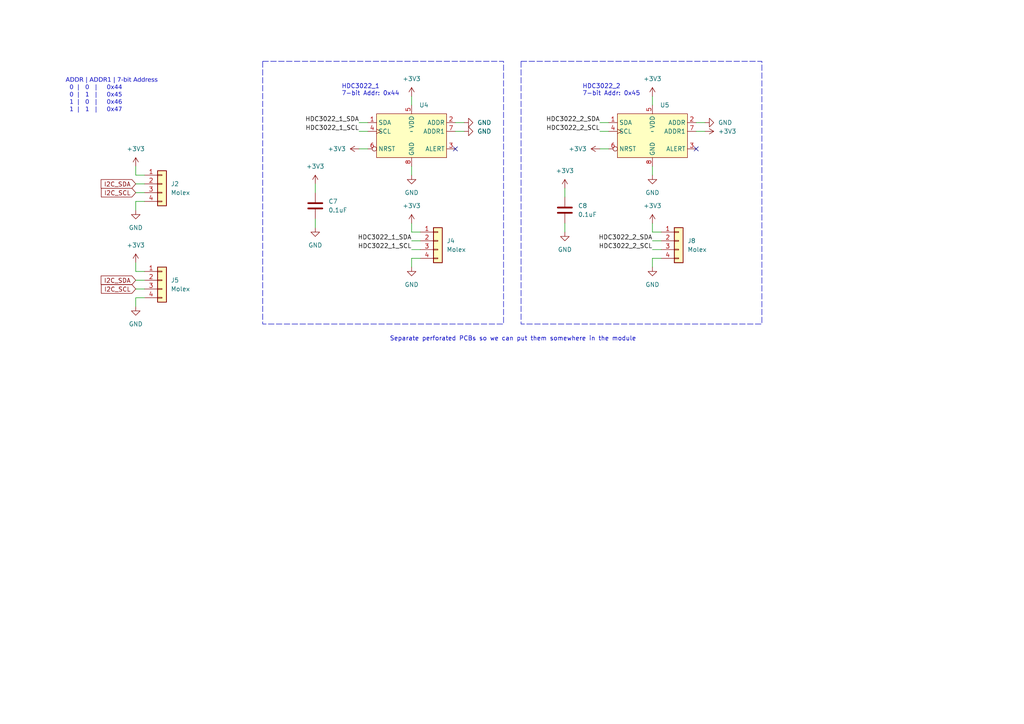
<source format=kicad_sch>
(kicad_sch (version 20230121) (generator eeschema)
  (paper "A4")
  (lib_symbols
    (symbol "Connector_Generic:Conn_01x04" (pin_names (offset 1.016) hide)
      (property "Reference" "J" (at 0 5.08 0))
      (property "Value" "Conn_01x04" (at 0 -7.62 0))
      (symbol "Conn_01x04_1_1"
        (rectangle (start -1.27 -4.953) (end 0 -5.207) (stroke (width 0.1524)))
        (rectangle (start -1.27 -2.413) (end 0 -2.667) (stroke (width 0.1524)))
        (rectangle (start -1.27 0.127) (end 0 -0.127) (stroke (width 0.1524)))
        (rectangle (start -1.27 2.667) (end 0 2.413) (stroke (width 0.1524)))
        (rectangle (start -1.27 3.81) (end 1.27 -6.35) (stroke (width 0.254)) (fill (type background)))
        (pin passive line (at -5.08 2.54 0) (length 3.81) (name "Pin_1") (number "1"))
        (pin passive line (at -5.08 0 0) (length 3.81) (name "Pin_2") (number "2"))
        (pin passive line (at -5.08 -2.54 0) (length 3.81) (name "Pin_3") (number "3"))
        (pin passive line (at -5.08 -5.08 0) (length 3.81) (name "Pin_4") (number "4"))
      )
    )
    (symbol "Device:C" (pin_numbers hide) (pin_names (offset 0.254))
      (property "Reference" "C" (at 0.635 2.54 0))
      (property "Value" "C" (at 0.635 -2.54 0))
      (symbol "C_0_1"
        (polyline (pts (xy -2.032 -0.762) (xy 2.032 -0.762)) (stroke (width 0.508)))
        (polyline (pts (xy -2.032 0.762) (xy 2.032 0.762)) (stroke (width 0.508)))
      )
      (symbol "C_1_1"
        (pin passive line (at 0 3.81 270) (length 2.794) (name "~") (number "1"))
        (pin passive line (at 0 -3.81 90) (length 2.794) (name "~") (number "2"))
      )
    )
    (symbol "custom:HDC3022QDEJRQ1"
      (property "Reference" "U4" (at 2.1941 8.89 0))
      (property "Value" "~" (at 0 1.27 0))
      (symbol "HDC3022QDEJRQ1_1_1"
        (rectangle (start -10.16 6.35) (end 10.16 -6.35) (fill (type background)))
        (pin bidirectional line (at -12.7 3.81 0) (length 2.54) (name "SDA") (number "1"))
        (pin input line (at 12.7 3.81 180) (length 2.54) (name "ADDR") (number "2"))
        (pin output line (at 12.7 -3.81 180) (length 2.54) (name "ALERT") (number "3"))
        (pin input clock (at -12.7 1.27 0) (length 2.54) (name "SCL") (number "4"))
        (pin power_in line (at 0 8.89 270) (length 2.54) (name "VDD") (number "5"))
        (pin input inverted (at -12.7 -3.81 0) (length 2.54) (name "NRST") (number "6"))
        (pin input line (at 12.7 1.27 180) (length 2.54) (name "ADDR1") (number "7"))
        (pin power_out line (at 0 -8.89 90) (length 2.54) (name "GND") (number "8"))
      )
    )
    (symbol "power:+3V3" (power) (pin_names (offset 0))
      (property "Value" "+3V3" (at 0 3.556 0))
      (symbol "+3V3_0_1"
        (polyline (pts (xy -0.762 1.27) (xy 0 2.54)))
        (polyline (pts (xy 0 0) (xy 0 2.54)))
        (polyline (pts (xy 0 2.54) (xy 0.762 1.27)))
      )
      (symbol "+3V3_1_1"
        (pin power_in line (at 0 0 90) (length 0) hide (name "+3V3") (number "1"))
      )
    )
    (symbol "power:GND" (power) (pin_names (offset 0))
      (property "Value" "GND" (at 0 -3.81 0))
      (symbol "GND_0_1"
        (polyline (pts (xy 0 0) (xy 0 -1.27) (xy 1.27 -1.27) (xy 0 -2.54) (xy -1.27 -1.27) (xy 0 -1.27)))
      )
      (symbol "GND_1_1"
        (pin power_in line (at 0 0 270) (length 0) hide (name "GND") (number "1"))
      )
    )
  )
  (no_connect (at 201.93 43.18))
  (no_connect (at 132.08 43.18))
  (wire (pts (xy 39.37 58.42) (xy 41.91 58.42)))
  (wire (pts (xy 104.14 35.56) (xy 106.68 35.56)))
  (wire (pts (xy 163.83 54.61) (xy 163.83 57.15)))
  (wire (pts (xy 173.99 43.18) (xy 176.53 43.18)))
  (wire (pts (xy 119.38 67.31) (xy 121.92 67.31)))
  (wire (pts (xy 39.37 60.96) (xy 39.37 58.42)))
  (wire (pts (xy 39.37 48.26) (xy 39.37 50.8)))
  (wire (pts (xy 39.37 53.34) (xy 41.91 53.34)))
  (wire (pts (xy 91.44 63.5) (xy 91.44 66.04)))
  (wire (pts (xy 132.08 35.56) (xy 134.62 35.56)))
  (wire (pts (xy 189.23 64.77) (xy 189.23 67.31)))
  (wire (pts (xy 91.44 53.34) (xy 91.44 55.88)))
  (wire (pts (xy 201.93 38.1) (xy 204.47 38.1)))
  (wire (pts (xy 39.37 83.82) (xy 41.91 83.82)))
  (wire (pts (xy 119.38 72.39) (xy 121.92 72.39)))
  (wire (pts (xy 189.23 69.85) (xy 191.77 69.85)))
  (wire (pts (xy 189.23 48.26) (xy 189.23 50.8)))
  (wire (pts (xy 189.23 77.47) (xy 189.23 74.93)))
  (wire (pts (xy 119.38 69.85) (xy 121.92 69.85)))
  (wire (pts (xy 39.37 88.9) (xy 39.37 86.36)))
  (wire (pts (xy 173.99 35.56) (xy 176.53 35.56)))
  (wire (pts (xy 189.23 74.93) (xy 191.77 74.93)))
  (wire (pts (xy 39.37 55.88) (xy 41.91 55.88)))
  (wire (pts (xy 132.08 38.1) (xy 134.62 38.1)))
  (wire (pts (xy 39.37 81.28) (xy 41.91 81.28)))
  (wire (pts (xy 39.37 50.8) (xy 41.91 50.8)))
  (wire (pts (xy 119.38 27.94) (xy 119.38 30.48)))
  (wire (pts (xy 119.38 48.26) (xy 119.38 50.8)))
  (wire (pts (xy 119.38 64.77) (xy 119.38 67.31)))
  (wire (pts (xy 104.14 43.18) (xy 106.68 43.18)))
  (wire (pts (xy 119.38 74.93) (xy 121.92 74.93)))
  (wire (pts (xy 163.83 64.77) (xy 163.83 67.31)))
  (wire (pts (xy 39.37 78.74) (xy 41.91 78.74)))
  (wire (pts (xy 104.14 38.1) (xy 106.68 38.1)))
  (wire (pts (xy 201.93 35.56) (xy 204.47 35.56)))
  (wire (pts (xy 189.23 67.31) (xy 191.77 67.31)))
  (wire (pts (xy 39.37 86.36) (xy 41.91 86.36)))
  (wire (pts (xy 173.99 38.1) (xy 176.53 38.1)))
  (wire (pts (xy 39.37 76.2) (xy 39.37 78.74)))
  (wire (pts (xy 119.38 77.47) (xy 119.38 74.93)))
  (wire (pts (xy 189.23 27.94) (xy 189.23 30.48)))
  (wire (pts (xy 189.23 72.39) (xy 191.77 72.39)))
  (rectangle (start 76.2 17.78) (end 146.05 93.98) (stroke (width 0) (type dash)))
  (rectangle (start 151.13 17.78) (end 220.98 93.98) (stroke (width 0) (type dash)))
  (text "Separate perforated PCBs so we can put them somewhere in the module" (at 113.03 99.06 0) (effects (font (size 1.27 1.27)) (justify left bottom)))
  (text "ADDR | ADDR1 | 7-bit Address\n  0  |   0   |     0x44\n  0  |   1   |     0x45\n  1  |   0   |     0x46\n  1  |   1   |     0x47" (at 19.05 33.02 0) (effects (font (size 1.27 1.27)) (justify left bottom)))
  (text "HDC3022_1\n7-bit Addr: 0x44" (at 99.06 27.94 0) (effects (font (size 1.27 1.27)) (justify left bottom)))
  (text "HDC3022_2\n7-bit Addr: 0x45" (at 168.91 27.94 0) (effects (font (size 1.27 1.27)) (justify left bottom)))
  (label "HDC3022_1_SDA" (at 104.14 35.56 180))
  (label "HDC3022_1_SCL" (at 119.38 72.39 180))
  (label "HDC3022_2_SDA" (at 173.99 35.56 180))
  (label "HDC3022_2_SCL" (at 173.99 38.1 180))
  (label "HDC3022_2_SCL" (at 189.23 72.39 180))
  (label "HDC3022_2_SDA" (at 189.23 69.85 180))
  (label "HDC3022_1_SDA" (at 119.38 69.85 180))
  (label "HDC3022_1_SCL" (at 104.14 38.1 180))
  (global_label "I2C_SCL" (shape input) (at 39.37 55.88 180) (property "Intersheetrefs" "${INTERSHEET_REFS}" (effects hide)))
  (global_label "I2C_SCL" (shape input) (at 39.37 83.82 180) (property "Intersheetrefs" "${INTERSHEET_REFS}" (effects hide)))
  (global_label "I2C_SDA" (shape input) (at 39.37 81.28 180) (property "Intersheetrefs" "${INTERSHEET_REFS}" (effects hide)))
  (global_label "I2C_SDA" (shape input) (at 39.37 53.34 180) (property "Intersheetrefs" "${INTERSHEET_REFS}" (effects hide)))
  (symbol (lib_id "power:+3V3") (at 119.38 64.77 0) (unit 1)
    (property "Reference" "#PWR045" (effects hide))
    (property "Value" "+3V3" (at 119.38 59.69 0))
  )
  (symbol (lib_id "custom:HDC3022QDEJRQ1") (at 189.23 39.37 0) (unit 1)
    (property "Reference" "U5" (at 191.4241 30.48 0) (effects (justify left)))
    (property "Value" "~" (at 189.23 38.1 0))
    (property "Footprint" "Package_SON:WSON-8-1EP_3x3mm_P0.5mm_EP1.2x2mm" (effects hide))
  )
  (symbol (lib_id "power:GND") (at 119.38 50.8 0) (unit 1)
    (property "Reference" "#PWR037" (effects hide))
    (property "Value" "GND" (at 119.38 55.88 0))
  )
  (symbol (lib_id "Connector_Generic:Conn_01x04") (at 196.85 69.85 0) (unit 1)
    (property "Reference" "J8" (at 199.39 69.85 0) (effects (justify left)))
    (property "Value" "Molex" (at 199.39 72.39 0) (effects (justify left)))
  )
  (symbol (lib_id "power:+3V3") (at 39.37 76.2 0) (unit 1)
    (property "Reference" "#PWR047" (effects hide))
    (property "Value" "+3V3" (at 39.37 71.12 0))
  )
  (symbol (lib_id "Device:C") (at 163.83 60.96 0) (unit 1)
    (property "Reference" "C8" (at 167.64 59.69 0) (effects (justify left)))
    (property "Value" "0.1uF" (at 167.64 62.23 0) (effects (justify left)))
    (property "Footprint" "Capacitor_SMD:C_0603_1608Metric_Pad1.08x0.95mm_HandSolder" (effects hide))
  )
  (symbol (lib_id "power:GND") (at 134.62 38.1 90) (unit 1)
    (property "Reference" "#PWR042" (effects hide))
    (property "Value" "GND" (at 138.43 38.1 90) (effects (justify right)))
  )
  (symbol (lib_id "power:+3V3") (at 189.23 27.94 0) (unit 1)
    (property "Reference" "#PWR054" (effects hide))
    (property "Value" "+3V3" (at 189.23 22.86 0))
  )
  (symbol (lib_id "power:+3V3") (at 91.44 53.34 0) (unit 1)
    (property "Reference" "#PWR073" (effects hide))
    (property "Value" "+3V3" (at 91.44 48.26 0))
  )
  (symbol (lib_id "power:+3V3") (at 104.14 43.18 90) (unit 1)
    (property "Reference" "#PWR038" (effects hide))
    (property "Value" "+3V3" (at 100.33 43.18 90) (effects (justify left)))
  )
  (symbol (lib_id "power:GND") (at 39.37 60.96 0) (unit 1)
    (property "Reference" "#PWR044" (effects hide))
    (property "Value" "GND" (at 39.37 66.04 0))
  )
  (symbol (lib_id "power:GND") (at 163.83 67.31 0) (unit 1)
    (property "Reference" "#PWR076" (effects hide))
    (property "Value" "GND" (at 163.83 72.39 0))
  )
  (symbol (lib_id "power:GND") (at 91.44 66.04 0) (unit 1)
    (property "Reference" "#PWR074" (effects hide))
    (property "Value" "GND" (at 91.44 71.12 0))
  )
  (symbol (lib_id "power:+3V3") (at 204.47 38.1 270) (unit 1)
    (property "Reference" "#PWR059" (effects hide))
    (property "Value" "+3V3" (at 208.28 38.1 90) (effects (justify left)))
  )
  (symbol (lib_id "Connector_Generic:Conn_01x04") (at 127 69.85 0) (unit 1)
    (property "Reference" "J4" (at 129.54 69.85 0) (effects (justify left)))
    (property "Value" "Molex" (at 129.54 72.39 0) (effects (justify left)))
  )
  (symbol (lib_id "power:GND") (at 204.47 35.56 90) (unit 1)
    (property "Reference" "#PWR058" (effects hide))
    (property "Value" "GND" (at 208.28 35.56 90) (effects (justify right)))
  )
  (symbol (lib_id "power:+3V3") (at 39.37 48.26 0) (unit 1)
    (property "Reference" "#PWR043" (effects hide))
    (property "Value" "+3V3" (at 39.37 43.18 0))
  )
  (symbol (lib_id "power:GND") (at 134.62 35.56 90) (unit 1)
    (property "Reference" "#PWR041" (effects hide))
    (property "Value" "GND" (at 138.43 35.56 90) (effects (justify right)))
  )
  (symbol (lib_id "power:+3V3") (at 163.83 54.61 0) (unit 1)
    (property "Reference" "#PWR075" (effects hide))
    (property "Value" "+3V3" (at 163.83 49.53 0))
  )
  (symbol (lib_id "power:+3V3") (at 189.23 64.77 0) (unit 1)
    (property "Reference" "#PWR056" (effects hide))
    (property "Value" "+3V3" (at 189.23 59.69 0))
  )
  (symbol (lib_id "Device:C") (at 91.44 59.69 0) (unit 1)
    (property "Reference" "C7" (at 95.25 58.42 0) (effects (justify left)))
    (property "Value" "0.1uF" (at 95.25 60.96 0) (effects (justify left)))
    (property "Footprint" "Capacitor_SMD:C_0603_1608Metric_Pad1.08x0.95mm_HandSolder" (effects hide))
  )
  (symbol (lib_id "power:+3V3") (at 173.99 43.18 90) (unit 1)
    (property "Reference" "#PWR053" (effects hide))
    (property "Value" "+3V3" (at 170.18 43.18 90) (effects (justify left)))
  )
  (symbol (lib_id "power:GND") (at 39.37 88.9 0) (unit 1)
    (property "Reference" "#PWR048" (effects hide))
    (property "Value" "GND" (at 39.37 93.98 0))
  )
  (symbol (lib_id "power:GND") (at 189.23 77.47 0) (unit 1)
    (property "Reference" "#PWR057" (effects hide))
    (property "Value" "GND" (at 189.23 82.55 0))
  )
  (symbol (lib_id "power:+3V3") (at 119.38 27.94 0) (unit 1)
    (property "Reference" "#PWR036" (effects hide))
    (property "Value" "+3V3" (at 119.38 22.86 0))
  )
  (symbol (lib_id "custom:HDC3022QDEJRQ1") (at 119.38 39.37 0) (unit 1)
    (property "Reference" "U4" (at 121.5741 30.48 0) (effects (justify left)))
    (property "Value" "~" (at 119.38 38.1 0))
    (property "Footprint" "Package_SON:WSON-8-1EP_3x3mm_P0.5mm_EP1.2x2mm" (effects hide))
  )
  (symbol (lib_id "Connector_Generic:Conn_01x04") (at 46.99 81.28 0) (unit 1)
    (property "Reference" "J5" (at 49.53 81.28 0) (effects (justify left)))
    (property "Value" "Molex" (at 49.53 83.82 0) (effects (justify left)))
  )
  (symbol (lib_id "power:GND") (at 189.23 50.8 0) (unit 1)
    (property "Reference" "#PWR055" (effects hide))
    (property "Value" "GND" (at 189.23 55.88 0))
  )
  (symbol (lib_id "power:GND") (at 119.38 77.47 0) (unit 1)
    (property "Reference" "#PWR046" (effects hide))
    (property "Value" "GND" (at 119.38 82.55 0))
  )
  (symbol (lib_id "Connector_Generic:Conn_01x04") (at 46.99 53.34 0) (unit 1)
    (property "Reference" "J2" (at 49.53 53.34 0) (effects (justify left)))
    (property "Value" "Molex" (at 49.53 55.88 0) (effects (justify left)))
  )
)
</source>
